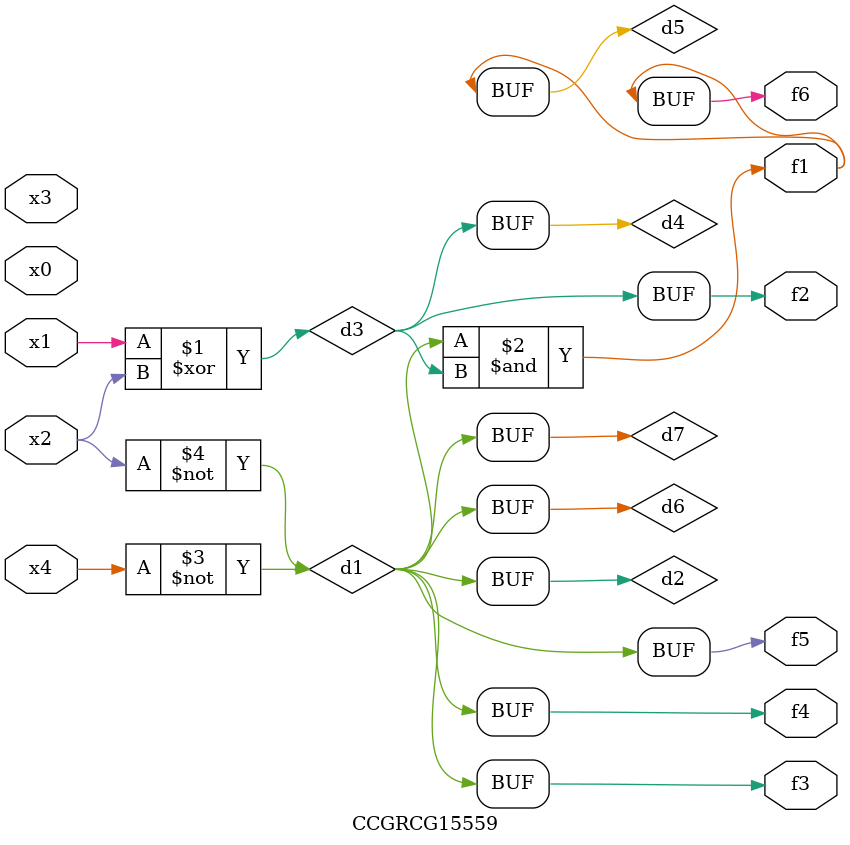
<source format=v>
module CCGRCG15559(
	input x0, x1, x2, x3, x4,
	output f1, f2, f3, f4, f5, f6
);

	wire d1, d2, d3, d4, d5, d6, d7;

	not (d1, x4);
	not (d2, x2);
	xor (d3, x1, x2);
	buf (d4, d3);
	and (d5, d1, d3);
	buf (d6, d1, d2);
	buf (d7, d2);
	assign f1 = d5;
	assign f2 = d4;
	assign f3 = d7;
	assign f4 = d7;
	assign f5 = d7;
	assign f6 = d5;
endmodule

</source>
